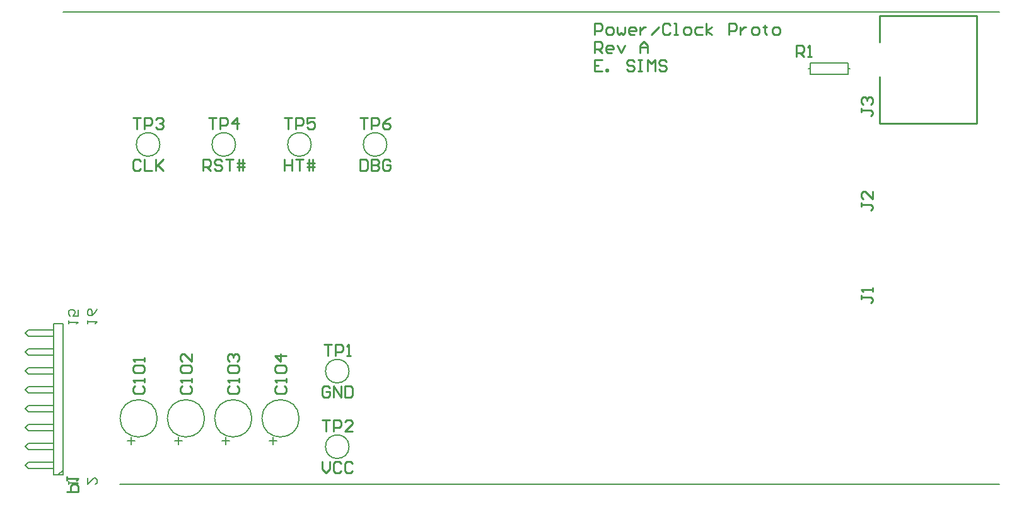
<source format=gto>
G04*
G04 #@! TF.GenerationSoftware,Altium Limited,Altium Designer,21.9.1 (22)*
G04*
G04 Layer_Color=65535*
%FSLAX25Y25*%
%MOIN*%
G70*
G04*
G04 #@! TF.SameCoordinates,F3426815-9E30-4310-B1EE-DB99E30BDFF3*
G04*
G04*
G04 #@! TF.FilePolarity,Positive*
G04*
G01*
G75*
%ADD10C,0.00787*%
%ADD11C,0.01000*%
%ADD12C,0.00500*%
%ADD13C,0.00591*%
%ADD14C,0.00800*%
D10*
X236240Y290000D02*
G03*
X236240Y290000I-6240J0D01*
G01*
X276240D02*
G03*
X276240Y290000I-6240J0D01*
G01*
X229842Y145000D02*
G03*
X229842Y145000I-9843J0D01*
G01*
X204842D02*
G03*
X204842Y145000I-9843J0D01*
G01*
X179842D02*
G03*
X179842Y145000I-9843J0D01*
G01*
X196240Y290000D02*
G03*
X196240Y290000I-6240J0D01*
G01*
X256240Y170000D02*
G03*
X256240Y170000I-6240J0D01*
G01*
Y130000D02*
G03*
X256240Y130000I-6240J0D01*
G01*
X156240Y290000D02*
G03*
X156240Y290000I-6240J0D01*
G01*
X154842Y145000D02*
G03*
X154842Y145000I-9843J0D01*
G01*
X500000Y327000D02*
Y330000D01*
Y327000D02*
X520000D01*
Y333000D01*
X500000D02*
X520000D01*
X500000Y330000D02*
Y333000D01*
X520000Y330000D02*
X520900D01*
X499100D02*
X500000D01*
X100000Y115000D02*
X105000D01*
X100000D02*
Y195000D01*
X105000D01*
X102500Y115000D02*
X105000Y117500D01*
X86667Y118333D02*
X100000D01*
X85000Y120000D02*
X86667Y118333D01*
X85000Y120000D02*
X86667Y121667D01*
X100000D01*
X86667Y128333D02*
X100000D01*
X85000Y130000D02*
X86667Y128333D01*
X85000Y130000D02*
X86667Y131667D01*
X100000D01*
X86667Y138333D02*
X100000D01*
X85000Y140000D02*
X86667Y138333D01*
X85000Y140000D02*
X86667Y141667D01*
X100000D01*
X86667Y148333D02*
X100000D01*
X85000Y150000D02*
X86667Y148333D01*
X85000Y150000D02*
X86667Y151667D01*
X100000D01*
X86667Y158333D02*
X100000D01*
X85000Y160000D02*
X86667Y158333D01*
X85000Y160000D02*
X86667Y161667D01*
X100000D01*
X86667Y168333D02*
X100000D01*
X85000Y170000D02*
X86667Y168333D01*
X85000Y170000D02*
X86667Y171667D01*
X100000D01*
X86667Y178333D02*
X100000D01*
X85000Y180000D02*
X86667Y178333D01*
X85000Y180000D02*
X86667Y181667D01*
X100000D01*
X86667Y188333D02*
X100000D01*
X85000Y190000D02*
X86667Y188333D01*
X85000Y190000D02*
X86667Y191667D01*
X100000D01*
X105000Y115000D02*
Y195000D01*
D11*
X536791Y344173D02*
Y358150D01*
Y301063D02*
Y325669D01*
Y358150D02*
X587933D01*
Y301063D02*
Y358150D01*
X536791Y301063D02*
X587933D01*
X386000Y348002D02*
Y354000D01*
X388999D01*
X389999Y353000D01*
Y351001D01*
X388999Y350001D01*
X386000D01*
X392998Y348002D02*
X394997D01*
X395997Y349002D01*
Y351001D01*
X394997Y352001D01*
X392998D01*
X391998Y351001D01*
Y349002D01*
X392998Y348002D01*
X397996Y352001D02*
Y349002D01*
X398996Y348002D01*
X399995Y349002D01*
X400995Y348002D01*
X401995Y349002D01*
Y352001D01*
X406993Y348002D02*
X404994D01*
X403994Y349002D01*
Y351001D01*
X404994Y352001D01*
X406993D01*
X407993Y351001D01*
Y350001D01*
X403994D01*
X409992Y352001D02*
Y348002D01*
Y350001D01*
X410992Y351001D01*
X411992Y352001D01*
X412991D01*
X415990Y348002D02*
X419989Y352001D01*
X425987Y353000D02*
X424987Y354000D01*
X422988D01*
X421988Y353000D01*
Y349002D01*
X422988Y348002D01*
X424987D01*
X425987Y349002D01*
X427986Y348002D02*
X429986D01*
X428986D01*
Y354000D01*
X427986D01*
X433985Y348002D02*
X435984D01*
X436983Y349002D01*
Y351001D01*
X435984Y352001D01*
X433985D01*
X432985Y351001D01*
Y349002D01*
X433985Y348002D01*
X442982Y352001D02*
X439983D01*
X438983Y351001D01*
Y349002D01*
X439983Y348002D01*
X442982D01*
X444981D02*
Y354000D01*
Y350001D02*
X447980Y352001D01*
X444981Y350001D02*
X447980Y348002D01*
X456977D02*
Y354000D01*
X459976D01*
X460976Y353000D01*
Y351001D01*
X459976Y350001D01*
X456977D01*
X462975Y352001D02*
Y348002D01*
Y350001D01*
X463975Y351001D01*
X464974Y352001D01*
X465974D01*
X469973Y348002D02*
X471972D01*
X472972Y349002D01*
Y351001D01*
X471972Y352001D01*
X469973D01*
X468973Y351001D01*
Y349002D01*
X469973Y348002D01*
X475971Y353000D02*
Y352001D01*
X474971D01*
X476971D01*
X475971D01*
Y349002D01*
X476971Y348002D01*
X480969D02*
X482969D01*
X483968Y349002D01*
Y351001D01*
X482969Y352001D01*
X480969D01*
X479970Y351001D01*
Y349002D01*
X480969Y348002D01*
X386000Y338404D02*
Y344402D01*
X388999D01*
X389999Y343403D01*
Y341403D01*
X388999Y340404D01*
X386000D01*
X387999D02*
X389999Y338404D01*
X394997D02*
X392998D01*
X391998Y339404D01*
Y341403D01*
X392998Y342403D01*
X394997D01*
X395997Y341403D01*
Y340404D01*
X391998D01*
X397996Y342403D02*
X399995Y338404D01*
X401995Y342403D01*
X409992Y338404D02*
Y342403D01*
X411992Y344402D01*
X413991Y342403D01*
Y338404D01*
Y341403D01*
X409992D01*
X389999Y334805D02*
X386000D01*
Y328807D01*
X389999D01*
X386000Y331806D02*
X387999D01*
X391998Y328807D02*
Y329806D01*
X392998D01*
Y328807D01*
X391998D01*
X406993Y333805D02*
X405994Y334805D01*
X403994D01*
X402994Y333805D01*
Y332805D01*
X403994Y331806D01*
X405994D01*
X406993Y330806D01*
Y329806D01*
X405994Y328807D01*
X403994D01*
X402994Y329806D01*
X408993Y334805D02*
X410992D01*
X409992D01*
Y328807D01*
X408993D01*
X410992D01*
X413991D02*
Y334805D01*
X415990Y332805D01*
X417990Y334805D01*
Y328807D01*
X423988Y333805D02*
X422988Y334805D01*
X420989D01*
X419989Y333805D01*
Y332805D01*
X420989Y331806D01*
X422988D01*
X423988Y330806D01*
Y329806D01*
X422988Y328807D01*
X420989D01*
X419989Y329806D01*
X222003Y281999D02*
Y276001D01*
Y279000D01*
X226001D01*
Y281999D01*
Y276001D01*
X228001Y281999D02*
X231999D01*
X230000D01*
Y276001D01*
X234998D02*
Y281999D01*
X236998D02*
Y276001D01*
X233999Y280000D02*
X236998D01*
X237997D01*
X233999Y278000D02*
X237997D01*
X222003Y303999D02*
X226001D01*
X224002D01*
Y298001D01*
X228001D02*
Y303999D01*
X231000D01*
X231999Y302999D01*
Y301000D01*
X231000Y300000D01*
X228001D01*
X237997Y303999D02*
X233999D01*
Y301000D01*
X235998Y302000D01*
X236998D01*
X237997Y301000D01*
Y299001D01*
X236998Y298001D01*
X234998D01*
X233999Y299001D01*
X262003Y281999D02*
Y276001D01*
X265002D01*
X266001Y277001D01*
Y280999D01*
X265002Y281999D01*
X262003D01*
X268001D02*
Y276001D01*
X271000D01*
X271999Y277001D01*
Y278000D01*
X271000Y279000D01*
X268001D01*
X271000D01*
X271999Y280000D01*
Y280999D01*
X271000Y281999D01*
X268001D01*
X277997Y280999D02*
X276998Y281999D01*
X274998D01*
X273999Y280999D01*
Y277001D01*
X274998Y276001D01*
X276998D01*
X277997Y277001D01*
Y279000D01*
X275998D01*
X262003Y303999D02*
X266001D01*
X264002D01*
Y298001D01*
X268001D02*
Y303999D01*
X271000D01*
X271999Y302999D01*
Y301000D01*
X271000Y300000D01*
X268001D01*
X277997Y303999D02*
X275998Y302999D01*
X273999Y301000D01*
Y299001D01*
X274998Y298001D01*
X276998D01*
X277997Y299001D01*
Y300000D01*
X276998Y301000D01*
X273999D01*
X492800Y336400D02*
Y342398D01*
X495799D01*
X496799Y341398D01*
Y339399D01*
X495799Y338399D01*
X492800D01*
X494799D02*
X496799Y336400D01*
X498798D02*
X500797D01*
X499798D01*
Y342398D01*
X498798Y341398D01*
X218001Y161999D02*
X217001Y160999D01*
Y159000D01*
X218001Y158000D01*
X221999D01*
X222999Y159000D01*
Y160999D01*
X221999Y161999D01*
X222999Y163998D02*
Y165997D01*
Y164998D01*
X217001D01*
X218001Y163998D01*
Y168996D02*
X217001Y169996D01*
Y171995D01*
X218001Y172995D01*
X221999D01*
X222999Y171995D01*
Y169996D01*
X221999Y168996D01*
X218001D01*
X222999Y177994D02*
X217001D01*
X220000Y174995D01*
Y178993D01*
X193001Y161999D02*
X192001Y160999D01*
Y159000D01*
X193001Y158000D01*
X196999D01*
X197999Y159000D01*
Y160999D01*
X196999Y161999D01*
X197999Y163998D02*
Y165997D01*
Y164998D01*
X192001D01*
X193001Y163998D01*
Y168996D02*
X192001Y169996D01*
Y171995D01*
X193001Y172995D01*
X196999D01*
X197999Y171995D01*
Y169996D01*
X196999Y168996D01*
X193001D01*
Y174995D02*
X192001Y175994D01*
Y177994D01*
X193001Y178993D01*
X194000D01*
X195000Y177994D01*
Y176994D01*
Y177994D01*
X196000Y178993D01*
X196999D01*
X197999Y177994D01*
Y175994D01*
X196999Y174995D01*
X527001Y309000D02*
Y307001D01*
Y308001D01*
X531999D01*
X532999Y307001D01*
Y306001D01*
X531999Y305002D01*
X528001Y311000D02*
X527001Y311999D01*
Y313999D01*
X528001Y314998D01*
X529000D01*
X530000Y313999D01*
Y312999D01*
Y313999D01*
X531000Y314998D01*
X531999D01*
X532999Y313999D01*
Y311999D01*
X531999Y311000D01*
X527001Y259000D02*
Y257001D01*
Y258001D01*
X531999D01*
X532999Y257001D01*
Y256001D01*
X531999Y255002D01*
X532999Y264998D02*
Y261000D01*
X529000Y264998D01*
X528001D01*
X527001Y263999D01*
Y261999D01*
X528001Y261000D01*
X527001Y210000D02*
Y208001D01*
Y209000D01*
X531999D01*
X532999Y208001D01*
Y207001D01*
X531999Y206001D01*
X532999Y211999D02*
Y213999D01*
Y212999D01*
X527001D01*
X528001Y211999D01*
X179004Y276001D02*
Y281999D01*
X182003D01*
X183002Y280999D01*
Y279000D01*
X182003Y278000D01*
X179004D01*
X181003D02*
X183002Y276001D01*
X189000Y280999D02*
X188001Y281999D01*
X186001D01*
X185002Y280999D01*
Y280000D01*
X186001Y279000D01*
X188001D01*
X189000Y278000D01*
Y277001D01*
X188001Y276001D01*
X186001D01*
X185002Y277001D01*
X191000Y281999D02*
X194998D01*
X192999D01*
Y276001D01*
X197997D02*
Y281999D01*
X199997D02*
Y276001D01*
X196998Y280000D02*
X199997D01*
X200996D01*
X196998Y278000D02*
X200996D01*
X182003Y303999D02*
X186001D01*
X184002D01*
Y298001D01*
X188001D02*
Y303999D01*
X191000D01*
X191999Y302999D01*
Y301000D01*
X191000Y300000D01*
X188001D01*
X196998Y298001D02*
Y303999D01*
X193999Y301000D01*
X197997D01*
X246001Y160999D02*
X245002Y161999D01*
X243002D01*
X242003Y160999D01*
Y157001D01*
X243002Y156001D01*
X245002D01*
X246001Y157001D01*
Y159000D01*
X244002D01*
X248001Y156001D02*
Y161999D01*
X251999Y156001D01*
Y161999D01*
X253999D02*
Y156001D01*
X256998D01*
X257997Y157001D01*
Y160999D01*
X256998Y161999D01*
X253999D01*
X243002Y183999D02*
X247001D01*
X245002D01*
Y178001D01*
X249000D02*
Y183999D01*
X251999D01*
X252999Y182999D01*
Y181000D01*
X251999Y180000D01*
X249000D01*
X254998Y178001D02*
X256998D01*
X255998D01*
Y183999D01*
X254998Y182999D01*
X242003Y121999D02*
Y118000D01*
X244002Y116001D01*
X246001Y118000D01*
Y121999D01*
X251999Y120999D02*
X251000Y121999D01*
X249000D01*
X248001Y120999D01*
Y117001D01*
X249000Y116001D01*
X251000D01*
X251999Y117001D01*
X257997Y120999D02*
X256998Y121999D01*
X254998D01*
X253999Y120999D01*
Y117001D01*
X254998Y116001D01*
X256998D01*
X257997Y117001D01*
X242003Y143999D02*
X246001D01*
X244002D01*
Y138001D01*
X248001D02*
Y143999D01*
X251000D01*
X251999Y142999D01*
Y141000D01*
X251000Y140000D01*
X248001D01*
X257997Y138001D02*
X253999D01*
X257997Y142000D01*
Y142999D01*
X256998Y143999D01*
X254998D01*
X253999Y142999D01*
X146001Y280999D02*
X145002Y281999D01*
X143002D01*
X142003Y280999D01*
Y277001D01*
X143002Y276001D01*
X145002D01*
X146001Y277001D01*
X148001Y281999D02*
Y276001D01*
X151999D01*
X153999Y281999D02*
Y276001D01*
Y278000D01*
X157997Y281999D01*
X154998Y279000D01*
X157997Y276001D01*
X142003Y303999D02*
X146001D01*
X144002D01*
Y298001D01*
X148001D02*
Y303999D01*
X151000D01*
X151999Y302999D01*
Y301000D01*
X151000Y300000D01*
X148001D01*
X153999Y302999D02*
X154998Y303999D01*
X156998D01*
X157997Y302999D01*
Y302000D01*
X156998Y301000D01*
X155998D01*
X156998D01*
X157997Y300000D01*
Y299001D01*
X156998Y298001D01*
X154998D01*
X153999Y299001D01*
X168001Y161999D02*
X167001Y160999D01*
Y159000D01*
X168001Y158000D01*
X171999D01*
X172999Y159000D01*
Y160999D01*
X171999Y161999D01*
X172999Y163998D02*
Y165997D01*
Y164998D01*
X167001D01*
X168001Y163998D01*
Y168996D02*
X167001Y169996D01*
Y171995D01*
X168001Y172995D01*
X171999D01*
X172999Y171995D01*
Y169996D01*
X171999Y168996D01*
X168001D01*
X172999Y178993D02*
Y174995D01*
X169000Y178993D01*
X168001D01*
X167001Y177994D01*
Y175994D01*
X168001Y174995D01*
X143001Y161999D02*
X142001Y160999D01*
Y159000D01*
X143001Y158000D01*
X146999D01*
X147999Y159000D01*
Y160999D01*
X146999Y161999D01*
X147999Y163998D02*
Y165997D01*
Y164998D01*
X142001D01*
X143001Y163998D01*
Y168996D02*
X142001Y169996D01*
Y171995D01*
X143001Y172995D01*
X146999D01*
X147999Y171995D01*
Y169996D01*
X146999Y168996D01*
X143001D01*
X147999Y174995D02*
Y176994D01*
Y175994D01*
X142001D01*
X143001Y174995D01*
X107001Y106001D02*
X112999D01*
Y109000D01*
X111999Y110000D01*
X110000D01*
X109000Y109000D01*
Y106001D01*
X107001Y111999D02*
Y113999D01*
Y112999D01*
X112999D01*
X111999Y111999D01*
D12*
X105000Y360000D02*
X600000Y360000D01*
X135000Y110000D02*
X600000Y110000D01*
D13*
X216063Y135157D02*
Y131221D01*
X218031Y133189D02*
X214095D01*
X191063Y135157D02*
Y131221D01*
X193031Y133189D02*
X189095D01*
X166063Y135157D02*
Y131221D01*
X168031Y133189D02*
X164095D01*
X141063Y135157D02*
Y131221D01*
X143031Y133189D02*
X139095D01*
D14*
X118000Y113332D02*
Y110000D01*
X121332Y113332D01*
X122165D01*
X122998Y112499D01*
Y110833D01*
X122165Y110000D01*
X108000D02*
Y111666D01*
Y110833D01*
X112998D01*
X112165Y110000D01*
X108000Y195074D02*
Y196740D01*
Y195907D01*
X112998D01*
X112165Y195074D01*
X112998Y202572D02*
Y199239D01*
X110499D01*
X111332Y200905D01*
Y201738D01*
X110499Y202572D01*
X108833D01*
X108000Y201738D01*
Y200072D01*
X108833Y199239D01*
X118000Y195165D02*
Y196831D01*
Y195998D01*
X122998D01*
X122165Y195165D01*
X122998Y202662D02*
X122165Y200996D01*
X120499Y199330D01*
X118833D01*
X118000Y200163D01*
Y201829D01*
X118833Y202662D01*
X119666D01*
X120499Y201829D01*
Y199330D01*
M02*

</source>
